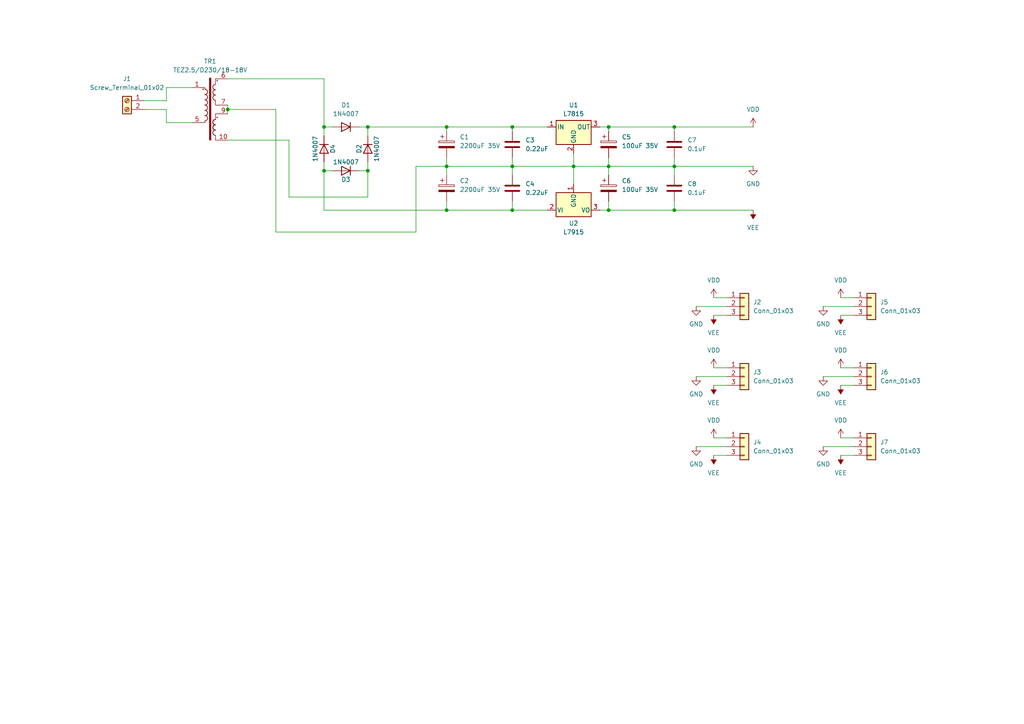
<source format=kicad_sch>
(kicad_sch (version 20250114) (generator "eeschema") (generator_version "9.0")
  (paper "A4")
  (lib_symbols
    (symbol "Connector:Screw_Terminal_01x02" (pin_names (offset 1.016) (hide yes))
      (property "Reference" "J" (at 0 2.54 0))
      (property "Value" "Screw_Terminal_01x02" (at 0 -5.08 0))
      (symbol "Screw_Terminal_01x02_1_1"
        (rectangle (start -1.27 1.27) (end 1.27 -3.81) (stroke (width 0.254)) (fill (type background)))
        (polyline (pts (xy -0.5334 0.3302) (xy 0.3302 -0.508)) (stroke (width 0.1524)))
        (polyline (pts (xy -0.5334 -2.2098) (xy 0.3302 -3.048)) (stroke (width 0.1524)))
        (polyline (pts (xy -0.3556 0.508) (xy 0.508 -0.3302)) (stroke (width 0.1524)))
        (polyline (pts (xy -0.3556 -2.032) (xy 0.508 -2.8702)) (stroke (width 0.1524)))
        (circle (center 0 0) (radius 0.635) (stroke (width 0.1524)))
        (circle (center 0 -2.54) (radius 0.635) (stroke (width 0.1524)))
        (pin passive line (at -5.08 0 0) (length 3.81) (name "Pin_1") (number "1"))
        (pin passive line (at -5.08 -2.54 0) (length 3.81) (name "Pin_2") (number "2"))
      )
    )
    (symbol "Connector_Generic:Conn_01x03" (pin_names (offset 1.016) (hide yes))
      (property "Reference" "J" (at 0 5.08 0))
      (property "Value" "Conn_01x03" (at 0 -5.08 0))
      (symbol "Conn_01x03_1_1"
        (rectangle (start -1.27 3.81) (end 1.27 -3.81) (stroke (width 0.254)) (fill (type background)))
        (rectangle (start -1.27 2.667) (end 0 2.413) (stroke (width 0.1524)))
        (rectangle (start -1.27 0.127) (end 0 -0.127) (stroke (width 0.1524)))
        (rectangle (start -1.27 -2.413) (end 0 -2.667) (stroke (width 0.1524)))
        (pin passive line (at -5.08 2.54 0) (length 3.81) (name "Pin_1") (number "1"))
        (pin passive line (at -5.08 0 0) (length 3.81) (name "Pin_2") (number "2"))
        (pin passive line (at -5.08 -2.54 0) (length 3.81) (name "Pin_3") (number "3"))
      )
    )
    (symbol "Device:C" (pin_numbers (hide yes)) (pin_names (offset 0.254))
      (property "Reference" "C" (at 0.635 2.54 0))
      (property "Value" "C" (at 0.635 -2.54 0))
      (symbol "C_0_1"
        (polyline (pts (xy -2.032 0.762) (xy 2.032 0.762)) (stroke (width 0.508)))
        (polyline (pts (xy -2.032 -0.762) (xy 2.032 -0.762)) (stroke (width 0.508)))
      )
      (symbol "C_1_1"
        (pin passive line (at 0 3.81 270) (length 2.794) (name "~") (number "1"))
        (pin passive line (at 0 -3.81 90) (length 2.794) (name "~") (number "2"))
      )
    )
    (symbol "Device:C_Polarized" (pin_numbers (hide yes)) (pin_names (offset 0.254))
      (property "Reference" "C" (at 0.635 2.54 0))
      (property "Value" "C_Polarized" (at 0.635 -2.54 0))
      (symbol "C_Polarized_0_1"
        (rectangle (start -2.286 0.508) (end 2.286 1.016))
        (polyline (pts (xy -1.778 2.286) (xy -0.762 2.286)))
        (polyline (pts (xy -1.27 2.794) (xy -1.27 1.778)))
        (rectangle (start 2.286 -0.508) (end -2.286 -1.016) (fill (type outline)))
      )
      (symbol "C_Polarized_1_1"
        (pin passive line (at 0 3.81 270) (length 2.794) (name "~") (number "1"))
        (pin passive line (at 0 -3.81 90) (length 2.794) (name "~") (number "2"))
      )
    )
    (symbol "Diode:1N4007" (pin_numbers (hide yes)) (pin_names (hide yes))
      (property "Reference" "D" (at 0 2.54 0))
      (property "Value" "1N4007" (at 0 -2.54 0))
      (symbol "1N4007_0_1"
        (polyline (pts (xy -1.27 1.27) (xy -1.27 -1.27)) (stroke (width 0.254)))
        (polyline (pts (xy 1.27 1.27) (xy 1.27 -1.27) (xy -1.27 0) (xy 1.27 1.27)) (stroke (width 0.254)))
        (polyline (pts (xy 1.27 0) (xy -1.27 0)))
      )
      (symbol "1N4007_1_1"
        (pin passive line (at -3.81 0 0) (length 2.54) (name "K") (number "1"))
        (pin passive line (at 3.81 0 180) (length 2.54) (name "A") (number "2"))
      )
    )
    (symbol "Regulator_Linear:L7815" (pin_names (offset 0.254))
      (property "Reference" "U" (at -3.81 3.175 0))
      (property "Value" "L7815" (at 0 3.175 0))
      (symbol "L7815_0_1"
        (rectangle (start -5.08 1.905) (end 5.08 -5.08) (stroke (width 0.254)) (fill (type background)))
      )
      (symbol "L7815_1_1"
        (pin power_in line (at -7.62 0 0) (length 2.54) (name "IN") (number "1"))
        (pin power_in line (at 0 -7.62 90) (length 2.54) (name "GND") (number "2"))
        (pin power_out line (at 7.62 0 180) (length 2.54) (name "OUT") (number "3"))
      )
    )
    (symbol "Regulator_Linear:L7915" (pin_names (offset 0.254))
      (property "Reference" "U" (at -3.81 -3.175 0))
      (property "Value" "L7915" (at 0 -3.175 0))
      (symbol "L7915_0_1"
        (rectangle (start -5.08 5.08) (end 5.08 -1.905) (stroke (width 0.254)) (fill (type background)))
      )
      (symbol "L7915_1_1"
        (pin power_in line (at -7.62 0 0) (length 2.54) (name "VI") (number "2"))
        (pin power_in line (at 0 7.62 270) (length 2.54) (name "GND") (number "1"))
        (pin power_out line (at 7.62 0 180) (length 2.54) (name "VO") (number "3"))
      )
    )
    (symbol "Transformer:TEZ2.5-D-2" (pin_names (offset 0.0254))
      (property "Reference" "TR" (at 0 8.89 0))
      (property "Value" "TEZ2.5-D-2" (at 0 -11.43 0))
      (symbol "TEZ2.5-D-2_0_1"
        (circle (center -2.032 4.572) (radius 0.127))
        (arc (start -1.524 4.572) (mid -0.7653 3.81) (end -1.524 3.048) (stroke (width 0.2032)))
        (arc (start -1.524 3.048) (mid -0.7653 2.286) (end -1.524 1.524) (stroke (width 0.2032)))
        (arc (start -1.524 1.524) (mid -0.7653 0.762) (end -1.524 0) (stroke (width 0.2032)))
        (arc (start -1.524 0) (mid -0.7653 -0.762) (end -1.524 -1.524) (stroke (width 0.2032)))
        (arc (start -1.524 -1.524) (mid -0.7653 -2.286) (end -1.524 -3.048) (stroke (width 0.2032)))
        (arc (start -1.524 -3.048) (mid -0.7653 -3.81) (end -1.524 -4.572) (stroke (width 0.2032)))
        (polyline (pts (xy -1.524 4.572) (xy -1.524 5.08) (xy -2.54 5.08)))
        (polyline (pts (xy -1.524 -4.572) (xy -1.524 -5.08) (xy -2.54 -5.08)))
        (rectangle (start -0.254 7.874) (end 0.254 -10.16) (stroke (width 0.0254)) (fill (type outline)))
        (polyline (pts (xy 1.524 -8.89) (xy 1.524 -10.16) (xy 2.54 -10.16)))
        (arc (start 1.524 4.445) (mid 0.7653 5.207) (end 1.524 5.969) (stroke (width 0.2032)))
        (arc (start 1.524 2.921) (mid 0.7653 3.683) (end 1.524 4.445) (stroke (width 0.2032)))
        (arc (start 1.524 1.397) (mid 0.7653 2.159) (end 1.524 2.921) (stroke (width 0.2032)))
        (arc (start 1.524 -5.715) (mid 0.7653 -4.953) (end 1.524 -4.191) (stroke (width 0.2032)))
        (arc (start 1.524 -5.715) (mid 0.7653 -4.953) (end 1.524 -4.191) (stroke (width 0.2032)))
        (arc (start 1.524 -7.239) (mid 0.7653 -6.477) (end 1.524 -5.715) (stroke (width 0.2032)))
        (arc (start 1.524 -7.239) (mid 0.7653 -6.477) (end 1.524 -5.715) (stroke (width 0.2032)))
        (arc (start 1.524 -8.763) (mid 0.7653 -8.001) (end 1.524 -7.239) (stroke (width 0.2032)))
        (circle (center 2.032 7.112) (radius 0.127))
        (circle (center 2.032 -3.556) (radius 0.127))
        (polyline (pts (xy 2.54 7.62) (xy 1.524 7.62) (xy 1.524 6.096)))
        (polyline (pts (xy 2.54 0) (xy 1.524 0) (xy 1.524 1.27)))
        (polyline (pts (xy 2.54 -2.54) (xy 1.524 -2.54) (xy 1.524 -4.064)))
      )
      (symbol "TEZ2.5-D-2_1_1"
        (pin passive line (at -5.08 5.08 0) (length 2.54) (name "~") (number "1"))
        (pin passive line (at -5.08 -5.08 0) (length 2.54) (name "~") (number "5"))
        (pin passive line (at 5.08 7.62 180) (length 2.54) (name "~") (number "6"))
        (pin passive line (at 5.08 0 180) (length 2.54) (name "~") (number "7"))
        (pin passive line (at 5.08 -2.54 180) (length 2.54) (name "~") (number "9"))
        (pin passive line (at 5.08 -10.16 180) (length 2.54) (name "~") (number "10"))
      )
    )
    (symbol "power:GND" (power) (pin_numbers (hide yes)) (pin_names (offset 0) (hide yes))
      (property "Value" "GND" (at 0 -3.81 0))
      (symbol "GND_0_1"
        (polyline (pts (xy 0 0) (xy 0 -1.27) (xy 1.27 -1.27) (xy 0 -2.54) (xy -1.27 -1.27) (xy 0 -1.27)))
      )
      (symbol "GND_1_1"
        (pin power_in line (at 0 0 270) (length 0) (name "~") (number "1"))
      )
    )
    (symbol "power:VDD" (power) (pin_numbers (hide yes)) (pin_names (offset 0) (hide yes))
      (property "Value" "VDD" (at 0 3.556 0))
      (symbol "VDD_0_1"
        (polyline (pts (xy -0.762 1.27) (xy 0 2.54)))
        (polyline (pts (xy 0 2.54) (xy 0.762 1.27)))
        (polyline (pts (xy 0 0) (xy 0 2.54)))
      )
      (symbol "VDD_1_1"
        (pin power_in line (at 0 0 90) (length 0) (name "~") (number "1"))
      )
    )
    (symbol "power:VEE" (power) (pin_numbers (hide yes)) (pin_names (offset 0) (hide yes))
      (property "Value" "VEE" (at 0 3.556 0))
      (symbol "VEE_0_1"
        (polyline (pts (xy 0 0) (xy 0 2.54)))
        (polyline (pts (xy 0.762 1.27) (xy -0.762 1.27) (xy 0 2.54) (xy 0.762 1.27)) (fill (type outline)))
      )
      (symbol "VEE_1_1"
        (pin power_in line (at 0 0 90) (length 0) (name "~") (number "1"))
      )
    )
  )
  (junction (at 176.53 36.83))
  (junction (at 93.98 49.53))
  (junction (at 148.59 48.26))
  (junction (at 129.54 60.96))
  (junction (at 195.58 36.83))
  (junction (at 66.04 31.75))
  (junction (at 148.59 60.96))
  (junction (at 166.37 48.26))
  (junction (at 106.68 36.83))
  (junction (at 195.58 48.26))
  (junction (at 176.53 48.26))
  (junction (at 106.68 49.53))
  (junction (at 148.59 36.83))
  (junction (at 195.58 60.96))
  (junction (at 129.54 48.26))
  (junction (at 129.54 36.83))
  (junction (at 93.98 36.83))
  (junction (at 176.53 60.96))
  (wire (pts (xy 106.68 49.53) (xy 106.68 46.99)))
  (wire (pts (xy 207.01 132.08) (xy 210.82 132.08)))
  (wire (pts (xy 243.84 132.08) (xy 247.65 132.08)))
  (wire (pts (xy 66.04 22.86) (xy 93.98 22.86)))
  (wire (pts (xy 129.54 36.83) (xy 148.59 36.83)))
  (wire (pts (xy 66.04 31.75) (xy 66.04 33.02)))
  (wire (pts (xy 207.01 91.44) (xy 210.82 91.44)))
  (wire (pts (xy 176.53 36.83) (xy 176.53 38.1)))
  (wire (pts (xy 207.01 127) (xy 210.82 127)))
  (wire (pts (xy 148.59 58.42) (xy 148.59 60.96)))
  (wire (pts (xy 201.93 88.9) (xy 210.82 88.9)))
  (wire (pts (xy 129.54 48.26) (xy 129.54 50.8)))
  (wire (pts (xy 129.54 36.83) (xy 129.54 38.1)))
  (wire (pts (xy 243.84 86.36) (xy 247.65 86.36)))
  (wire (pts (xy 148.59 36.83) (xy 148.59 38.1)))
  (wire (pts (xy 48.26 25.4) (xy 55.88 25.4)))
  (wire (pts (xy 195.58 45.72) (xy 195.58 48.26)))
  (wire (pts (xy 93.98 49.53) (xy 93.98 60.96)))
  (wire (pts (xy 106.68 49.53) (xy 104.14 49.53)))
  (wire (pts (xy 106.68 36.83) (xy 106.68 39.37)))
  (wire (pts (xy 48.26 35.56) (xy 48.26 31.75)))
  (wire (pts (xy 148.59 60.96) (xy 158.75 60.96)))
  (wire (pts (xy 195.58 48.26) (xy 195.58 50.8)))
  (wire (pts (xy 41.91 29.21) (xy 48.26 29.21)))
  (wire (pts (xy 48.26 35.56) (xy 55.88 35.56)))
  (wire (pts (xy 80.01 67.31) (xy 120.65 67.31)))
  (wire (pts (xy 148.59 48.26) (xy 148.59 50.8)))
  (wire (pts (xy 93.98 36.83) (xy 96.52 36.83)))
  (wire (pts (xy 201.93 109.22) (xy 210.82 109.22)))
  (wire (pts (xy 195.58 36.83) (xy 195.58 38.1)))
  (wire (pts (xy 238.76 129.54) (xy 247.65 129.54)))
  (wire (pts (xy 176.53 48.26) (xy 176.53 50.8)))
  (wire (pts (xy 176.53 60.96) (xy 195.58 60.96)))
  (wire (pts (xy 148.59 45.72) (xy 148.59 48.26)))
  (wire (pts (xy 148.59 36.83) (xy 158.75 36.83)))
  (wire (pts (xy 66.04 31.75) (xy 80.01 31.75)))
  (wire (pts (xy 66.04 40.64) (xy 83.82 40.64)))
  (wire (pts (xy 80.01 31.75) (xy 80.01 67.31)))
  (wire (pts (xy 166.37 48.26) (xy 176.53 48.26)))
  (wire (pts (xy 238.76 109.22) (xy 247.65 109.22)))
  (wire (pts (xy 176.53 58.42) (xy 176.53 60.96)))
  (wire (pts (xy 176.53 36.83) (xy 195.58 36.83)))
  (wire (pts (xy 83.82 40.64) (xy 83.82 57.15)))
  (wire (pts (xy 173.99 36.83) (xy 176.53 36.83)))
  (wire (pts (xy 93.98 49.53) (xy 93.98 46.99)))
  (wire (pts (xy 129.54 45.72) (xy 129.54 48.26)))
  (wire (pts (xy 106.68 36.83) (xy 104.14 36.83)))
  (wire (pts (xy 41.91 31.75) (xy 48.26 31.75)))
  (wire (pts (xy 48.26 29.21) (xy 48.26 25.4)))
  (wire (pts (xy 106.68 57.15) (xy 106.68 49.53)))
  (wire (pts (xy 148.59 48.26) (xy 166.37 48.26)))
  (wire (pts (xy 243.84 91.44) (xy 247.65 91.44)))
  (wire (pts (xy 129.54 58.42) (xy 129.54 60.96)))
  (wire (pts (xy 243.84 106.68) (xy 247.65 106.68)))
  (wire (pts (xy 93.98 49.53) (xy 96.52 49.53)))
  (wire (pts (xy 195.58 36.83) (xy 218.44 36.83)))
  (wire (pts (xy 166.37 48.26) (xy 166.37 53.34)))
  (wire (pts (xy 173.99 60.96) (xy 176.53 60.96)))
  (wire (pts (xy 207.01 111.76) (xy 210.82 111.76)))
  (wire (pts (xy 207.01 86.36) (xy 210.82 86.36)))
  (wire (pts (xy 176.53 48.26) (xy 195.58 48.26)))
  (wire (pts (xy 106.68 36.83) (xy 129.54 36.83)))
  (wire (pts (xy 238.76 88.9) (xy 247.65 88.9)))
  (wire (pts (xy 195.58 58.42) (xy 195.58 60.96)))
  (wire (pts (xy 166.37 48.26) (xy 166.37 44.45)))
  (wire (pts (xy 129.54 60.96) (xy 148.59 60.96)))
  (wire (pts (xy 129.54 48.26) (xy 148.59 48.26)))
  (wire (pts (xy 195.58 48.26) (xy 218.44 48.26)))
  (wire (pts (xy 176.53 45.72) (xy 176.53 48.26)))
  (wire (pts (xy 243.84 127) (xy 247.65 127)))
  (wire (pts (xy 83.82 57.15) (xy 106.68 57.15)))
  (wire (pts (xy 201.93 129.54) (xy 210.82 129.54)))
  (wire (pts (xy 243.84 111.76) (xy 247.65 111.76)))
  (wire (pts (xy 93.98 22.86) (xy 93.98 36.83)))
  (wire (pts (xy 93.98 60.96) (xy 129.54 60.96)))
  (wire (pts (xy 195.58 60.96) (xy 218.44 60.96)))
  (wire (pts (xy 120.65 67.31) (xy 120.65 48.26)))
  (wire (pts (xy 66.04 30.48) (xy 66.04 31.75)))
  (wire (pts (xy 93.98 36.83) (xy 93.98 39.37)))
  (wire (pts (xy 120.65 48.26) (xy 129.54 48.26)))
  (wire (pts (xy 207.01 106.68) (xy 210.82 106.68)))
  (symbol (lib_id "power:GND") (at 201.93 88.9 0) (unit 1)
    (property "Reference" "#PWR06" (effects (hide yes)))
    (property "Value" "GND" (at 201.93 93.98 0))
    (property "Description" "Power symbol creates a global label with name \"GND\" , ground" (effects (hide yes)))
  )
  (symbol (lib_id "power:VDD") (at 207.01 86.36 0) (unit 1)
    (property "Reference" "#PWR04" (effects (hide yes)))
    (property "Value" "VDD" (at 207.01 81.28 0))
    (property "Description" "Power symbol creates a global label with name \"VDD\"" (effects (hide yes)))
  )
  (symbol (lib_id "power:GND") (at 201.93 129.54 0) (unit 1)
    (property "Reference" "#PWR010" (effects (hide yes)))
    (property "Value" "GND" (at 201.93 134.62 0))
    (property "Description" "Power symbol creates a global label with name \"GND\" , ground" (effects (hide yes)))
  )
  (symbol (lib_id "power:VDD") (at 243.84 106.68 0) (unit 1)
    (property "Reference" "#PWR018" (effects (hide yes)))
    (property "Value" "VDD" (at 243.84 101.6 0))
    (property "Description" "Power symbol creates a global label with name \"VDD\"" (effects (hide yes)))
  )
  (symbol (lib_id "power:VEE") (at 218.44 60.96 180) (unit 1)
    (property "Reference" "#PWR02" (effects (hide yes)))
    (property "Value" "VEE" (at 218.44 66.04 0))
    (property "Description" "Power symbol creates a global label with name \"VEE\"" (effects (hide yes)))
  )
  (symbol (lib_id "Device:C") (at 195.58 54.61 0) (unit 1)
    (property "Reference" "C8" (at 199.39 53.3399 0) (effects (justify left)))
    (property "Value" "0.1uF" (at 199.39 55.8799 0) (effects (justify left)))
    (property "Footprint" "Capacitor_THT:C_Disc_D5.0mm_W2.5mm_P5.00mm" (effects (hide yes)))
    (property "Description" "Unpolarized capacitor" (effects (hide yes)))
  )
  (symbol (lib_id "power:VEE") (at 207.01 91.44 180) (unit 1)
    (property "Reference" "#PWR05" (effects (hide yes)))
    (property "Value" "VEE" (at 207.01 96.52 0))
    (property "Description" "Power symbol creates a global label with name \"VEE\"" (effects (hide yes)))
  )
  (symbol (lib_id "Device:C_Polarized") (at 129.54 54.61 0) (unit 1)
    (property "Reference" "C2" (at 133.35 52.4509 0) (effects (justify left)))
    (property "Value" "2200uF 35V" (at 133.35 54.9909 0) (effects (justify left)))
    (property "Footprint" "Capacitor_THT:CP_Radial_D18.0mm_P7.50mm" (effects (hide yes)))
    (property "Description" "Polarized capacitor" (effects (hide yes)))
  )
  (symbol (lib_id "Device:C_Polarized") (at 176.53 54.61 0) (unit 1)
    (property "Reference" "C6" (at 180.34 52.4509 0) (effects (justify left)))
    (property "Value" "100uF 35V" (at 180.34 54.9909 0) (effects (justify left)))
    (property "Footprint" "Capacitor_THT:CP_Radial_D10.0mm_P5.00mm" (effects (hide yes)))
    (property "Description" "Polarized capacitor" (effects (hide yes)))
  )
  (symbol (lib_id "Device:C_Polarized") (at 176.53 41.91 0) (unit 1)
    (property "Reference" "C5" (at 180.34 39.7509 0) (effects (justify left)))
    (property "Value" "100uF 35V" (at 180.34 42.2909 0) (effects (justify left)))
    (property "Footprint" "Capacitor_THT:CP_Radial_D10.0mm_P5.00mm" (effects (hide yes)))
    (property "Description" "Polarized capacitor" (effects (hide yes)))
  )
  (symbol (lib_id "Connector_Generic:Conn_01x03") (at 252.73 109.22 0) (unit 1)
    (property "Reference" "J6" (at 255.27 107.9499 0) (effects (justify left)))
    (property "Value" "Conn_01x03" (at 255.27 110.4899 0) (effects (justify left)))
    (property "Footprint" "Connector_JST:JST_PH_B3B-PH-K_1x03_P2.00mm_Vertical" (effects (hide yes)))
    (property "Description" "Generic connector, single row, 01x03, script generated (kicad-library-utils/schlib/autogen/connector/)" (effects (hide yes)))
  )
  (symbol (lib_id "Connector_Generic:Conn_01x03") (at 252.73 129.54 0) (unit 1)
    (property "Reference" "J7" (at 255.27 128.2699 0) (effects (justify left)))
    (property "Value" "Conn_01x03" (at 255.27 130.8099 0) (effects (justify left)))
    (property "Footprint" "Connector_JST:JST_PH_B3B-PH-K_1x03_P2.00mm_Vertical" (effects (hide yes)))
    (property "Description" "Generic connector, single row, 01x03, script generated (kicad-library-utils/schlib/autogen/connector/)" (effects (hide yes)))
  )
  (symbol (lib_id "Device:C_Polarized") (at 129.54 41.91 0) (unit 1)
    (property "Reference" "C1" (at 133.35 39.7509 0) (effects (justify left)))
    (property "Value" "2200uF 35V" (at 133.35 42.2909 0) (effects (justify left)))
    (property "Footprint" "Capacitor_THT:CP_Radial_D18.0mm_P7.50mm" (effects (hide yes)))
    (property "Description" "Polarized capacitor" (effects (hide yes)))
  )
  (symbol (lib_id "Diode:1N4007") (at 93.98 43.18 270) (unit 1)
    (property "Reference" "D4" (at 96.52 43.18 0))
    (property "Value" "1N4007" (at 91.44 43.18 0))
    (property "Footprint" "Diode_THT:D_DO-41_SOD81_P10.16mm_Horizontal" (effects (hide yes)))
    (property "Datasheet" "http://www.vishay.com/docs/88503/1n4001.pdf" (effects (hide yes)))
    (property "Description" "1000V 1A General Purpose Rectifier Diode, DO-41" (effects (hide yes)))
    (property "Sim.Device" "D" (effects (hide yes)))
    (property "Sim.Pins" "1=K 2=A" (effects (hide yes)))
  )
  (symbol (lib_id "power:VDD") (at 243.84 86.36 0) (unit 1)
    (property "Reference" "#PWR016" (effects (hide yes)))
    (property "Value" "VDD" (at 243.84 81.28 0))
    (property "Description" "Power symbol creates a global label with name \"VDD\"" (effects (hide yes)))
  )
  (symbol (lib_id "Device:C") (at 195.58 41.91 0) (unit 1)
    (property "Reference" "C7" (at 199.39 40.6399 0) (effects (justify left)))
    (property "Value" "0.1uF" (at 199.39 43.1799 0) (effects (justify left)))
    (property "Footprint" "Capacitor_THT:C_Disc_D5.0mm_W2.5mm_P5.00mm" (effects (hide yes)))
    (property "Description" "Unpolarized capacitor" (effects (hide yes)))
  )
  (symbol (lib_id "power:VEE") (at 243.84 91.44 180) (unit 1)
    (property "Reference" "#PWR017" (effects (hide yes)))
    (property "Value" "VEE" (at 243.84 96.52 0))
    (property "Description" "Power symbol creates a global label with name \"VEE\"" (effects (hide yes)))
  )
  (symbol (lib_id "Transformer:TEZ2.5-D-2") (at 60.96 30.48 0) (unit 1)
    (property "Reference" "TR1" (at 60.96 17.78 0))
    (property "Value" "TEZ2.5/D230/18-18V" (at 60.96 20.32 0))
    (property "Footprint" "Transformer_THT:Transformer_Breve_TEZ-28x33" (effects (hide yes)))
    (property "Datasheet" "http://www.breve.pl/pdf/ANG/TEZ_ang.pdf" (effects (hide yes)))
    (property "Description" "TEZ2.5/D/x-x, 2.5VA, Dual Secondary, Cast Resin Transformer, PCB" (effects (hide yes)))
  )
  (symbol (lib_id "Diode:1N4007") (at 100.33 49.53 180) (unit 1)
    (property "Reference" "D3" (at 100.33 52.07 0))
    (property "Value" "1N4007" (at 100.33 46.99 0))
    (property "Footprint" "Diode_THT:D_DO-41_SOD81_P10.16mm_Horizontal" (effects (hide yes)))
    (property "Datasheet" "http://www.vishay.com/docs/88503/1n4001.pdf" (effects (hide yes)))
    (property "Description" "1000V 1A General Purpose Rectifier Diode, DO-41" (effects (hide yes)))
    (property "Sim.Device" "D" (effects (hide yes)))
    (property "Sim.Pins" "1=K 2=A" (effects (hide yes)))
  )
  (symbol (lib_id "Connector_Generic:Conn_01x03") (at 252.73 88.9 0) (unit 1)
    (property "Reference" "J5" (at 255.27 87.6299 0) (effects (justify left)))
    (property "Value" "Conn_01x03" (at 255.27 90.1699 0) (effects (justify left)))
    (property "Footprint" "Connector_JST:JST_PH_B3B-PH-K_1x03_P2.00mm_Vertical" (effects (hide yes)))
    (property "Description" "Generic connector, single row, 01x03, script generated (kicad-library-utils/schlib/autogen/connector/)" (effects (hide yes)))
  )
  (symbol (lib_id "power:VEE") (at 243.84 132.08 180) (unit 1)
    (property "Reference" "#PWR021" (effects (hide yes)))
    (property "Value" "VEE" (at 243.84 137.16 0))
    (property "Description" "Power symbol creates a global label with name \"VEE\"" (effects (hide yes)))
  )
  (symbol (lib_id "Regulator_Linear:L7815") (at 166.37 36.83 0) (unit 1)
    (property "Reference" "U1" (at 166.37 30.48 0))
    (property "Value" "L7815" (at 166.37 33.02 0))
    (property "Footprint" "Package_TO_SOT_THT:TO-220-3_Vertical" (effects (hide yes)))
    (property "Datasheet" "http://www.st.com/content/ccc/resource/technical/document/datasheet/41/4f/b3/b0/12/d4/47/88/CD00000444.pdf/files/CD00000444.pdf/jcr:content/translations/en.CD00000444.pdf" (effects (hide yes)))
    (property "Description" "Positive 1.5A 35V Linear Regulator, Fixed Output 15V, TO-220/TO-263/TO-252" (effects (hide yes)))
  )
  (symbol (lib_id "power:GND") (at 238.76 109.22 0) (unit 1)
    (property "Reference" "#PWR014" (effects (hide yes)))
    (property "Value" "GND" (at 238.76 114.3 0))
    (property "Description" "Power symbol creates a global label with name \"GND\" , ground" (effects (hide yes)))
  )
  (symbol (lib_id "Diode:1N4007") (at 100.33 36.83 180) (unit 1)
    (property "Reference" "D1" (at 100.33 30.48 0))
    (property "Value" "1N4007" (at 100.33 33.02 0))
    (property "Footprint" "Diode_THT:D_DO-41_SOD81_P10.16mm_Horizontal" (effects (hide yes)))
    (property "Datasheet" "http://www.vishay.com/docs/88503/1n4001.pdf" (effects (hide yes)))
    (property "Description" "1000V 1A General Purpose Rectifier Diode, DO-41" (effects (hide yes)))
    (property "Sim.Device" "D" (effects (hide yes)))
    (property "Sim.Pins" "1=K 2=A" (effects (hide yes)))
  )
  (symbol (lib_id "Diode:1N4007") (at 106.68 43.18 90) (mirror x) (unit 1)
    (property "Reference" "D2" (at 104.14 43.18 0))
    (property "Value" "1N4007" (at 109.22 43.18 0))
    (property "Footprint" "Diode_THT:D_DO-41_SOD81_P10.16mm_Horizontal" (effects (hide yes)))
    (property "Datasheet" "http://www.vishay.com/docs/88503/1n4001.pdf" (effects (hide yes)))
    (property "Description" "1000V 1A General Purpose Rectifier Diode, DO-41" (effects (hide yes)))
    (property "Sim.Device" "D" (effects (hide yes)))
    (property "Sim.Pins" "1=K 2=A" (effects (hide yes)))
  )
  (symbol (lib_id "power:GND") (at 218.44 48.26 0) (unit 1)
    (property "Reference" "#PWR03" (effects (hide yes)))
    (property "Value" "GND" (at 218.44 53.34 0))
    (property "Description" "Power symbol creates a global label with name \"GND\" , ground" (effects (hide yes)))
  )
  (symbol (lib_id "Device:C") (at 148.59 54.61 0) (unit 1)
    (property "Reference" "C4" (at 152.4 53.3399 0) (effects (justify left)))
    (property "Value" "0.22uF" (at 152.4 55.8799 0) (effects (justify left)))
    (property "Footprint" "Capacitor_THT:C_Disc_D5.0mm_W2.5mm_P5.00mm" (effects (hide yes)))
    (property "Description" "Unpolarized capacitor" (effects (hide yes)))
  )
  (symbol (lib_id "power:GND") (at 201.93 109.22 0) (unit 1)
    (property "Reference" "#PWR07" (effects (hide yes)))
    (property "Value" "GND" (at 201.93 114.3 0))
    (property "Description" "Power symbol creates a global label with name \"GND\" , ground" (effects (hide yes)))
  )
  (symbol (lib_id "Device:C") (at 148.59 41.91 0) (unit 1)
    (property "Reference" "C3" (at 152.4 40.6399 0) (effects (justify left)))
    (property "Value" "0.22uF" (at 152.4 43.1799 0) (effects (justify left)))
    (property "Footprint" "Capacitor_THT:C_Disc_D5.0mm_W2.5mm_P5.00mm" (effects (hide yes)))
    (property "Description" "Unpolarized capacitor" (effects (hide yes)))
  )
  (symbol (lib_id "power:GND") (at 238.76 88.9 0) (unit 1)
    (property "Reference" "#PWR013" (effects (hide yes)))
    (property "Value" "GND" (at 238.76 93.98 0))
    (property "Description" "Power symbol creates a global label with name \"GND\" , ground" (effects (hide yes)))
  )
  (symbol (lib_id "power:VEE") (at 207.01 132.08 180) (unit 1)
    (property "Reference" "#PWR012" (effects (hide yes)))
    (property "Value" "VEE" (at 207.01 137.16 0))
    (property "Description" "Power symbol creates a global label with name \"VEE\"" (effects (hide yes)))
  )
  (symbol (lib_id "power:VDD") (at 207.01 106.68 0) (unit 1)
    (property "Reference" "#PWR08" (effects (hide yes)))
    (property "Value" "VDD" (at 207.01 101.6 0))
    (property "Description" "Power symbol creates a global label with name \"VDD\"" (effects (hide yes)))
  )
  (symbol (lib_id "Connector_Generic:Conn_01x03") (at 215.9 129.54 0) (unit 1)
    (property "Reference" "J4" (at 218.44 128.2699 0) (effects (justify left)))
    (property "Value" "Conn_01x03" (at 218.44 130.8099 0) (effects (justify left)))
    (property "Footprint" "Connector_JST:JST_PH_B3B-PH-K_1x03_P2.00mm_Vertical" (effects (hide yes)))
    (property "Description" "Generic connector, single row, 01x03, script generated (kicad-library-utils/schlib/autogen/connector/)" (effects (hide yes)))
  )
  (symbol (lib_id "power:VDD") (at 218.44 36.83 0) (unit 1)
    (property "Reference" "#PWR01" (effects (hide yes)))
    (property "Value" "VDD" (at 218.44 31.75 0))
    (property "Description" "Power symbol creates a global label with name \"VDD\"" (effects (hide yes)))
  )
  (symbol (lib_id "Connector:Screw_Terminal_01x02") (at 36.83 29.21 0) (mirror y) (unit 1)
    (property "Reference" "J1" (at 36.83 22.86 0))
    (property "Value" "Screw_Terminal_01x02" (at 36.83 25.4 0))
    (property "Footprint" "TerminalBlock:TerminalBlock_MaiXu_MX126-5.0-02P_1x02_P5.00mm" (effects (hide yes)))
    (property "Description" "Generic screw terminal, single row, 01x02, script generated (kicad-library-utils/schlib/autogen/connector/)" (effects (hide yes)))
  )
  (symbol (lib_id "Regulator_Linear:L7915") (at 166.37 60.96 0) (unit 1)
    (property "Reference" "U2" (at 166.37 64.77 0))
    (property "Value" "L7915" (at 166.37 67.31 0))
    (property "Footprint" "Package_TO_SOT_THT:TO-220-3_Vertical" (effects (hide yes)))
    (property "Datasheet" "http://www.st.com/content/ccc/resource/technical/document/datasheet/c9/16/86/41/c7/2b/45/f2/CD00000450.pdf/files/CD00000450.pdf/jcr:content/translations/en.CD00000450.pdf" (effects (hide yes)))
    (property "Description" "Negative 1.5A 35V Linear Regulator, Fixed Output -15V, TO-220/TO-263" (effects (hide yes)))
  )
  (symbol (lib_id "Connector_Generic:Conn_01x03") (at 215.9 88.9 0) (unit 1)
    (property "Reference" "J2" (at 218.44 87.6299 0) (effects (justify left)))
    (property "Value" "Conn_01x03" (at 218.44 90.1699 0) (effects (justify left)))
    (property "Footprint" "Connector_JST:JST_PH_B3B-PH-K_1x03_P2.00mm_Vertical" (effects (hide yes)))
    (property "Description" "Generic connector, single row, 01x03, script generated (kicad-library-utils/schlib/autogen/connector/)" (effects (hide yes)))
  )
  (symbol (lib_id "power:VDD") (at 243.84 127 0) (unit 1)
    (property "Reference" "#PWR020" (effects (hide yes)))
    (property "Value" "VDD" (at 243.84 121.92 0))
    (property "Description" "Power symbol creates a global label with name \"VDD\"" (effects (hide yes)))
  )
  (symbol (lib_id "power:VEE") (at 207.01 111.76 180) (unit 1)
    (property "Reference" "#PWR09" (effects (hide yes)))
    (property "Value" "VEE" (at 207.01 116.84 0))
    (property "Description" "Power symbol creates a global label with name \"VEE\"" (effects (hide yes)))
  )
  (symbol (lib_id "Connector_Generic:Conn_01x03") (at 215.9 109.22 0) (unit 1)
    (property "Reference" "J3" (at 218.44 107.9499 0) (effects (justify left)))
    (property "Value" "Conn_01x03" (at 218.44 110.4899 0) (effects (justify left)))
    (property "Footprint" "Connector_JST:JST_PH_B3B-PH-K_1x03_P2.00mm_Vertical" (effects (hide yes)))
    (property "Description" "Generic connector, single row, 01x03, script generated (kicad-library-utils/schlib/autogen/connector/)" (effects (hide yes)))
  )
  (symbol (lib_id "power:GND") (at 238.76 129.54 0) (unit 1)
    (property "Reference" "#PWR015" (effects (hide yes)))
    (property "Value" "GND" (at 238.76 134.62 0))
    (property "Description" "Power symbol creates a global label with name \"GND\" , ground" (effects (hide yes)))
  )
  (symbol (lib_id "power:VDD") (at 207.01 127 0) (unit 1)
    (property "Reference" "#PWR011" (effects (hide yes)))
    (property "Value" "VDD" (at 207.01 121.92 0))
    (property "Description" "Power symbol creates a global label with name \"VDD\"" (effects (hide yes)))
  )
  (symbol (lib_id "power:VEE") (at 243.84 111.76 180) (unit 1)
    (property "Reference" "#PWR019" (effects (hide yes)))
    (property "Value" "VEE" (at 243.84 116.84 0))
    (property "Description" "Power symbol creates a global label with name \"VEE\"" (effects (hide yes)))
  )
)
</source>
